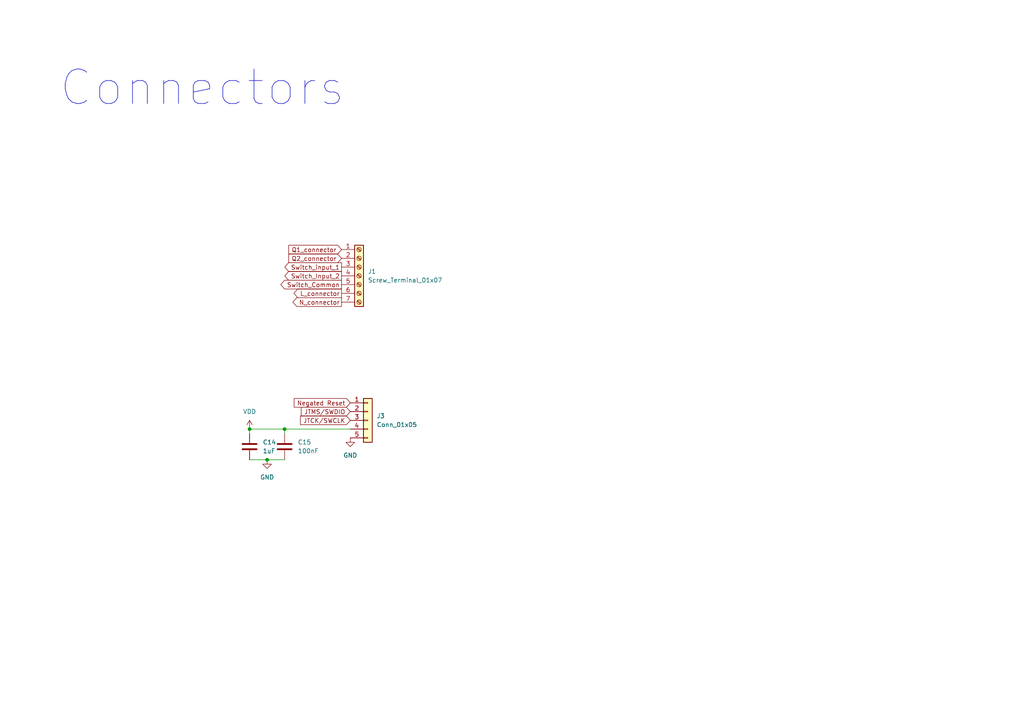
<source format=kicad_sch>
(kicad_sch (version 20231120) (generator "eeschema") (generator_version "8.0")
  (paper "A4")
  (lib_symbols
    (symbol "Connector:Screw_Terminal_01x07" (pin_names (offset 1.016) hide)
      (property "Reference" "J" (at 0 10.16 0))
      (property "Value" "Screw_Terminal_01x07" (at 0 -10.16 0))
      (symbol "Screw_Terminal_01x07_1_1"
        (rectangle (start -1.27 8.89) (end 1.27 -8.89) (stroke (width 0.254)) (fill (type background)))
        (circle (center 0 -7.62) (radius 0.635) (stroke (width 0.1524)))
        (circle (center 0 -5.08) (radius 0.635) (stroke (width 0.1524)))
        (circle (center 0 -2.54) (radius 0.635) (stroke (width 0.1524)))
        (polyline (pts (xy -0.5334 -7.2898) (xy 0.3302 -8.128)) (stroke (width 0.1524)))
        (polyline (pts (xy -0.5334 -4.7498) (xy 0.3302 -5.588)) (stroke (width 0.1524)))
        (polyline (pts (xy -0.5334 -2.2098) (xy 0.3302 -3.048)) (stroke (width 0.1524)))
        (polyline (pts (xy -0.5334 0.3302) (xy 0.3302 -0.508)) (stroke (width 0.1524)))
        (polyline (pts (xy -0.5334 2.8702) (xy 0.3302 2.032)) (stroke (width 0.1524)))
        (polyline (pts (xy -0.5334 5.4102) (xy 0.3302 4.572)) (stroke (width 0.1524)))
        (polyline (pts (xy -0.5334 7.9502) (xy 0.3302 7.112)) (stroke (width 0.1524)))
        (polyline (pts (xy -0.3556 -7.112) (xy 0.508 -7.9502)) (stroke (width 0.1524)))
        (polyline (pts (xy -0.3556 -4.572) (xy 0.508 -5.4102)) (stroke (width 0.1524)))
        (polyline (pts (xy -0.3556 -2.032) (xy 0.508 -2.8702)) (stroke (width 0.1524)))
        (polyline (pts (xy -0.3556 0.508) (xy 0.508 -0.3302)) (stroke (width 0.1524)))
        (polyline (pts (xy -0.3556 3.048) (xy 0.508 2.2098)) (stroke (width 0.1524)))
        (polyline (pts (xy -0.3556 5.588) (xy 0.508 4.7498)) (stroke (width 0.1524)))
        (polyline (pts (xy -0.3556 8.128) (xy 0.508 7.2898)) (stroke (width 0.1524)))
        (circle (center 0 0) (radius 0.635) (stroke (width 0.1524)))
        (circle (center 0 2.54) (radius 0.635) (stroke (width 0.1524)))
        (circle (center 0 5.08) (radius 0.635) (stroke (width 0.1524)))
        (circle (center 0 7.62) (radius 0.635) (stroke (width 0.1524)))
        (pin passive line (at -5.08 7.62 0) (length 3.81) (name "Pin_1") (number "1"))
        (pin passive line (at -5.08 5.08 0) (length 3.81) (name "Pin_2") (number "2"))
        (pin passive line (at -5.08 2.54 0) (length 3.81) (name "Pin_3") (number "3"))
        (pin passive line (at -5.08 0 0) (length 3.81) (name "Pin_4") (number "4"))
        (pin passive line (at -5.08 -2.54 0) (length 3.81) (name "Pin_5") (number "5"))
        (pin passive line (at -5.08 -5.08 0) (length 3.81) (name "Pin_6") (number "6"))
        (pin passive line (at -5.08 -7.62 0) (length 3.81) (name "Pin_7") (number "7"))
      )
    )
    (symbol "Connector_Generic:Conn_01x05" (pin_names (offset 1.016) hide)
      (property "Reference" "J" (at 0 7.62 0))
      (property "Value" "Conn_01x05" (at 0 -7.62 0))
      (symbol "Conn_01x05_1_1"
        (rectangle (start -1.27 -4.953) (end 0 -5.207) (stroke (width 0.1524)))
        (rectangle (start -1.27 -2.413) (end 0 -2.667) (stroke (width 0.1524)))
        (rectangle (start -1.27 0.127) (end 0 -0.127) (stroke (width 0.1524)))
        (rectangle (start -1.27 2.667) (end 0 2.413) (stroke (width 0.1524)))
        (rectangle (start -1.27 5.207) (end 0 4.953) (stroke (width 0.1524)))
        (rectangle (start -1.27 6.35) (end 1.27 -6.35) (stroke (width 0.254)) (fill (type background)))
        (pin passive line (at -5.08 5.08 0) (length 3.81) (name "Pin_1") (number "1"))
        (pin passive line (at -5.08 2.54 0) (length 3.81) (name "Pin_2") (number "2"))
        (pin passive line (at -5.08 0 0) (length 3.81) (name "Pin_3") (number "3"))
        (pin passive line (at -5.08 -2.54 0) (length 3.81) (name "Pin_4") (number "4"))
        (pin passive line (at -5.08 -5.08 0) (length 3.81) (name "Pin_5") (number "5"))
      )
    )
    (symbol "Device:C" (pin_numbers hide) (pin_names (offset 0.254))
      (property "Reference" "C" (at 0.635 2.54 0))
      (property "Value" "C" (at 0.635 -2.54 0))
      (symbol "C_0_1"
        (polyline (pts (xy -2.032 -0.762) (xy 2.032 -0.762)) (stroke (width 0.508)))
        (polyline (pts (xy -2.032 0.762) (xy 2.032 0.762)) (stroke (width 0.508)))
      )
      (symbol "C_1_1"
        (pin passive line (at 0 3.81 270) (length 2.794) (name "~") (number "1"))
        (pin passive line (at 0 -3.81 90) (length 2.794) (name "~") (number "2"))
      )
    )
    (symbol "power:GND" (power) (pin_names (offset 0))
      (property "Value" "GND" (at 0 -3.81 0))
      (symbol "GND_0_1"
        (polyline (pts (xy 0 0) (xy 0 -1.27) (xy 1.27 -1.27) (xy 0 -2.54) (xy -1.27 -1.27) (xy 0 -1.27)))
      )
      (symbol "GND_1_1"
        (pin power_in line (at 0 0 270) (length 0) hide (name "GND") (number "1"))
      )
    )
    (symbol "power:VDD" (power) (pin_names (offset 0))
      (property "Value" "VDD" (at 0 3.81 0))
      (symbol "VDD_0_1"
        (polyline (pts (xy -0.762 1.27) (xy 0 2.54)))
        (polyline (pts (xy 0 0) (xy 0 2.54)))
        (polyline (pts (xy 0 2.54) (xy 0.762 1.27)))
      )
      (symbol "VDD_1_1"
        (pin power_in line (at 0 0 90) (length 0) hide (name "VDD") (number "1"))
      )
    )
  )
  (junction (at 82.55 124.46))
  (junction (at 77.47 133.35))
  (junction (at 72.39 124.46))
  (wire (pts (xy 82.55 124.46) (xy 82.55 125.73)))
  (wire (pts (xy 72.39 133.35) (xy 77.47 133.35)))
  (wire (pts (xy 72.39 124.46) (xy 82.55 124.46)))
  (wire (pts (xy 77.47 133.35) (xy 82.55 133.35)))
  (wire (pts (xy 72.39 125.73) (xy 72.39 124.46)))
  (wire (pts (xy 101.6 124.46) (xy 82.55 124.46)))
  (text "Connectors" (at 58.674 25.654 0) (effects (font (size 10 10))))
  (global_label "Negated Reset" (shape input) (at 101.6 116.84 180) (property "Intersheetrefs" "${INTERSHEET_REFS}" (effects (hide yes))))
  (global_label "Q1_connector" (shape input) (at 99.06 72.39 180) (property "Intersheetrefs" "${INTERSHEET_REFS}" (effects (hide yes))))
  (global_label "JTMS{slash}SWDIO" (shape input) (at 101.6 119.38 180) (property "Intersheetrefs" "${INTERSHEET_REFS}" (effects (hide yes))))
  (global_label "L_connector" (shape output) (at 99.06 85.09 180) (property "Intersheetrefs" "${INTERSHEET_REFS}" (effects (hide yes))))
  (global_label "Switch_Input_2" (shape output) (at 99.06 80.01 180) (property "Intersheetrefs" "${INTERSHEET_REFS}" (effects (hide yes))))
  (global_label "Q2_connector" (shape input) (at 99.06 74.93 180) (property "Intersheetrefs" "${INTERSHEET_REFS}" (effects (hide yes))))
  (global_label "N_connector" (shape output) (at 99.06 87.63 180) (property "Intersheetrefs" "${INTERSHEET_REFS}" (effects (hide yes))))
  (global_label "Switch_Common" (shape output) (at 99.06 82.55 180) (property "Intersheetrefs" "${INTERSHEET_REFS}" (effects (hide yes))))
  (global_label "JTCK{slash}SWCLK" (shape input) (at 101.6 121.92 180) (property "Intersheetrefs" "${INTERSHEET_REFS}" (effects (hide yes))))
  (global_label "Switch_input_1" (shape output) (at 99.06 77.47 180) (property "Intersheetrefs" "${INTERSHEET_REFS}" (effects (hide yes))))
  (symbol (lib_id "Connector:Screw_Terminal_01x07") (at 104.14 80.01 0) (unit 1)
    (property "Reference" "J1" (at 106.68 78.7399 0) (effects (justify left)))
    (property "Value" "Screw_Terminal_01x07" (at 106.68 81.2799 0) (effects (justify left)))
    (property "Description" "Generic screw terminal, single row, 01x07, script generated (kicad-library-utils/schlib/autogen/connector/)" (effects (hide yes)))
  )
  (symbol (lib_id "power:VDD") (at 72.39 124.46 0) (unit 1)
    (property "Reference" "#PWR010" (effects (hide yes)))
    (property "Value" "VDD" (at 72.39 119.38 0))
  )
  (symbol (lib_id "Connector_Generic:Conn_01x05") (at 106.68 121.92 0) (unit 1)
    (property "Reference" "J3" (at 109.22 120.6499 0) (effects (justify left)))
    (property "Value" "Conn_01x05" (at 109.22 123.1899 0) (effects (justify left)))
    (property "Description" "Generic connector, single row, 01x05, script generated (kicad-library-utils/schlib/autogen/connector/)" (effects (hide yes)))
  )
  (symbol (lib_id "power:GND") (at 101.6 127 0) (unit 1)
    (property "Reference" "#PWR012" (effects (hide yes)))
    (property "Value" "GND" (at 101.6 132.08 0))
  )
  (symbol (lib_id "Device:C") (at 72.39 129.54 0) (unit 1)
    (property "Reference" "C14" (at 76.2 128.2699 0) (effects (justify left)))
    (property "Value" "1uF" (at 76.2 130.8099 0) (effects (justify left)))
  )
  (symbol (lib_id "power:GND") (at 77.47 133.35 0) (unit 1)
    (property "Reference" "#PWR011" (effects (hide yes)))
    (property "Value" "GND" (at 77.47 138.43 0))
  )
  (symbol (lib_id "Device:C") (at 82.55 129.54 0) (unit 1)
    (property "Reference" "C15" (at 86.36 128.2699 0) (effects (justify left)))
    (property "Value" "100nF" (at 86.36 130.8099 0) (effects (justify left)))
  )
)
</source>
